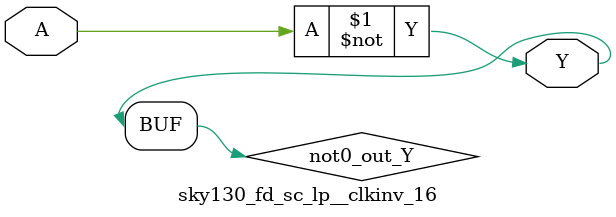
<source format=v>
/*
 * Copyright 2020 The SkyWater PDK Authors
 *
 * Licensed under the Apache License, Version 2.0 (the "License");
 * you may not use this file except in compliance with the License.
 * You may obtain a copy of the License at
 *
 *     https://www.apache.org/licenses/LICENSE-2.0
 *
 * Unless required by applicable law or agreed to in writing, software
 * distributed under the License is distributed on an "AS IS" BASIS,
 * WITHOUT WARRANTIES OR CONDITIONS OF ANY KIND, either express or implied.
 * See the License for the specific language governing permissions and
 * limitations under the License.
 *
 * SPDX-License-Identifier: Apache-2.0
*/


`ifndef SKY130_FD_SC_LP__CLKINV_16_FUNCTIONAL_V
`define SKY130_FD_SC_LP__CLKINV_16_FUNCTIONAL_V

/**
 * clkinv: Clock tree inverter.
 *
 * Verilog simulation functional model.
 */

`timescale 1ns / 1ps
`default_nettype none

`celldefine
module sky130_fd_sc_lp__clkinv_16 (
    Y,
    A
);

    // Module ports
    output Y;
    input  A;

    // Local signals
    wire not0_out_Y;

    //  Name  Output      Other arguments
    not not0 (not0_out_Y, A              );
    buf buf0 (Y         , not0_out_Y     );

endmodule
`endcelldefine

`default_nettype wire
`endif  // SKY130_FD_SC_LP__CLKINV_16_FUNCTIONAL_V

</source>
